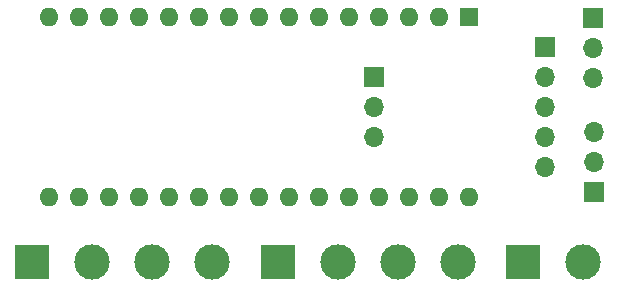
<source format=gbr>
%TF.GenerationSoftware,KiCad,Pcbnew,(6.0.0)*%
%TF.CreationDate,2022-10-01T22:30:54+02:00*%
%TF.ProjectId,012-Amesis-ColdSartE85,3031322d-416d-4657-9369-732d436f6c64,v0.01_Golf 1.6L 16v *%
%TF.SameCoordinates,Original*%
%TF.FileFunction,Soldermask,Bot*%
%TF.FilePolarity,Negative*%
%FSLAX46Y46*%
G04 Gerber Fmt 4.6, Leading zero omitted, Abs format (unit mm)*
G04 Created by KiCad (PCBNEW (6.0.0)) date 2022-10-01 22:30:54*
%MOMM*%
%LPD*%
G01*
G04 APERTURE LIST*
%ADD10R,1.600000X1.600000*%
%ADD11O,1.600000X1.600000*%
%ADD12R,3.000000X3.000000*%
%ADD13C,3.000000*%
%ADD14R,1.700000X1.700000*%
%ADD15O,1.700000X1.700000*%
G04 APERTURE END LIST*
D10*
%TO.C,A1*%
X157888154Y-46646104D03*
D11*
X155348154Y-46646104D03*
X152808154Y-46646104D03*
X150268154Y-46646104D03*
X147728154Y-46646104D03*
X145188154Y-46646104D03*
X142648154Y-46646104D03*
X140108154Y-46646104D03*
X137568154Y-46646104D03*
X135028154Y-46646104D03*
X132488154Y-46646104D03*
X129948154Y-46646104D03*
X127408154Y-46646104D03*
X124868154Y-46646104D03*
X122328154Y-46646104D03*
X122328154Y-61886104D03*
X124868154Y-61886104D03*
X127408154Y-61886104D03*
X129948154Y-61886104D03*
X132488154Y-61886104D03*
X135028154Y-61886104D03*
X137568154Y-61886104D03*
X140108154Y-61886104D03*
X142648154Y-61886104D03*
X145188154Y-61886104D03*
X147728154Y-61886104D03*
X150268154Y-61886104D03*
X152808154Y-61886104D03*
X155348154Y-61886104D03*
X157888154Y-61886104D03*
%TD*%
D12*
%TO.C,J1*%
X162510954Y-67464104D03*
D13*
X167590954Y-67464104D03*
%TD*%
D14*
%TO.C,Jumpers_Option1*%
X168454554Y-46803504D03*
D15*
X168454554Y-49343504D03*
X168454554Y-51883504D03*
%TD*%
D12*
%TO.C,G2/G62_OutPut_IAT1*%
X141733754Y-67464104D03*
D13*
X146813754Y-67464104D03*
X151893754Y-67464104D03*
X156973754Y-67464104D03*
%TD*%
D14*
%TO.C,IAT_Interne1*%
X168479554Y-61505504D03*
D15*
X168479554Y-58965504D03*
X168479554Y-56425504D03*
%TD*%
D12*
%TO.C,G2/G62_InPut_IAT1*%
X120956554Y-67464104D03*
D13*
X126036554Y-67464104D03*
X131116554Y-67464104D03*
X136196554Y-67464104D03*
%TD*%
D14*
%TO.C,J2*%
X164339754Y-49226904D03*
D15*
X164339754Y-51766904D03*
X164339754Y-54306904D03*
X164339754Y-56846904D03*
X164339754Y-59386904D03*
%TD*%
D14*
%TO.C,J3*%
X149861754Y-51766904D03*
D15*
X149861754Y-54306904D03*
X149861754Y-56846904D03*
%TD*%
M02*

</source>
